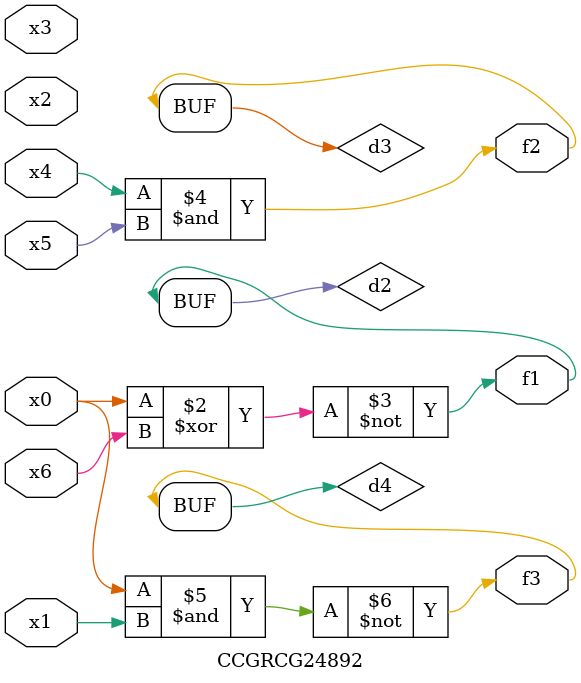
<source format=v>
module CCGRCG24892(
	input x0, x1, x2, x3, x4, x5, x6,
	output f1, f2, f3
);

	wire d1, d2, d3, d4;

	nor (d1, x0);
	xnor (d2, x0, x6);
	and (d3, x4, x5);
	nand (d4, x0, x1);
	assign f1 = d2;
	assign f2 = d3;
	assign f3 = d4;
endmodule

</source>
